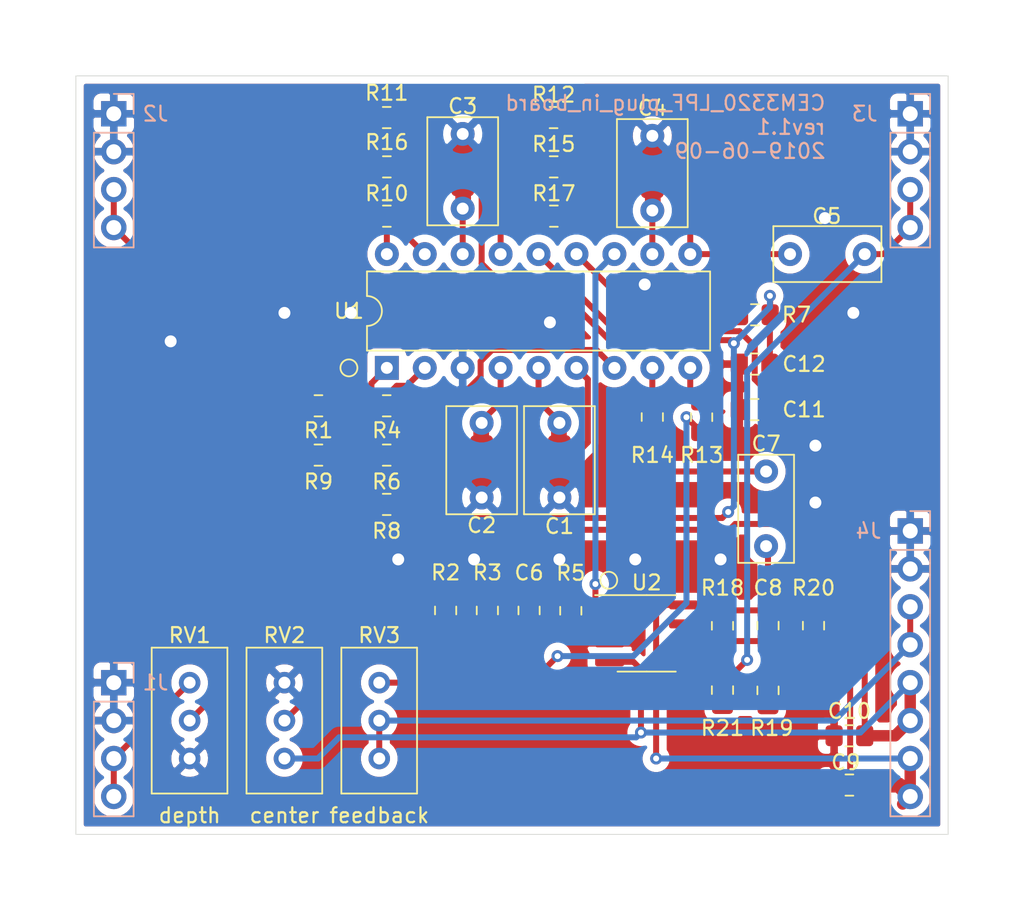
<source format=kicad_pcb>
(kicad_pcb (version 20171130) (host pcbnew 5.1.6-c6e7f7d~87~ubuntu18.04.1)
  (title_block (title "CEM3320 LPF plug-in board") (date 2019-06-09) (rev 1) (comment 2 creativecommons.org/licenses/by/4.0/) (comment 3 "License: CC by 4.0") (comment 4 "Author: Jordan Aceto"))
  (layers (0 F.Cu signal) (31 B.Cu signal) (34 B.Paste user) (35 F.Paste user) (36 B.SilkS user) (37 F.SilkS user) (38 B.Mask user) (39 F.Mask user) (44 Edge.Cuts user))
  (net 0 "")
  (net 1 GND)
  (net 2 "Net-(C1-Pad1)")
  (net 3 +12V)
  (net 4 -12V)
  (net 5 "Net-(C7-Pad1)")
  (net 6 /wet)
  (net 7 "Net-(J1-Pad3)")
  (net 8 /dry)
  (net 9 "Net-(J4-Pad3)")
  (net 10 "Net-(R1-Pad1)")
  (net 11 "Net-(R2-Pad2)")
  (net 12 "Net-(R3-Pad1)")
  (net 13 "Net-(R4-Pad1)")
  (net 14 "Net-(R6-Pad1)")
  (net 15 "Net-(R7-Pad2)")
  (net 16 "Net-(R10-Pad2)")
  (net 17 "Net-(R10-Pad1)")
  (net 18 "Net-(R12-Pad1)")
  (net 19 "Net-(R13-Pad2)")
  (net 20 "Net-(R13-Pad1)")
  (net 21 "Net-(R14-Pad2)")
  (net 22 "Net-(R15-Pad1)")
  (net 23 "Net-(R19-Pad1)")
  (net 24 "Net-(C3-Pad1)")
  (net 25 "Net-(C2-Pad1)")
  (net 26 "Net-(C4-Pad1)")
  (net 27 "Net-(C5-Pad2)")
  (net 28 "Net-(C6-Pad2)")
  (net 29 "Net-(C6-Pad1)")
  (net 30 "Net-(C7-Pad2)")
  (net 31 "Net-(C8-Pad2)")
  (module cem3320:timing_cap_dual_fp (layer F.Cu) (at 165.608 85.217 90)
    (fp_text reference C4 (at 6.858 0 180) (layer F.SilkS))
    (fp_text value 220pF)
    (fp_poly (pts (xy 4.445 0.508) (xy 4.064 0.508) (xy 4.064 -0.4445) (xy 4.445 -0.4445)) (layer F.Cu) (width 0.1))
    (fp_poly (pts (xy 0.889 0.508) (xy 0.508 0.508) (xy 0.508 -0.4445) (xy 0.889 -0.4445)) (layer F.Cu) (width 0.1))
    (pad 2 smd roundrect (at 3.556 0 90) (size 1.27 1.524) (layers F.Cu F.Paste F.Mask) (net 1 GND))
    (pad 1 smd roundrect (at 1.4605 0 90) (size 1.27 1.524) (layers F.Cu F.Paste F.Mask) (net 26 "Net-(C4-Pad1)"))
    (pad 2 thru_hole circle (at 5 0 90) (size 1.6 1.6) (drill 0.8) (layers *.Cu *.Mask) (net 1 GND))
    (pad 1 thru_hole circle (at 0 0 90) (size 1.6 1.6) (drill 0.8) (layers *.Cu *.Mask) (net 26 "Net-(C4-Pad1)"))
  )
  (module cem3320:timing_cap_dual_fp (layer F.Cu) (at 152.908 85.09 90)
    (fp_text reference C3 (at 6.858 0 180) (layer F.SilkS))
    (fp_text value 220pF)
    (fp_poly (pts (xy 4.445 0.508) (xy 4.064 0.508) (xy 4.064 -0.4445) (xy 4.445 -0.4445)) (layer F.Cu) (width 0.1))
    (fp_poly (pts (xy 0.889 0.508) (xy 0.508 0.508) (xy 0.508 -0.4445) (xy 0.889 -0.4445)) (layer F.Cu) (width 0.1))
    (pad 2 smd roundrect (at 3.556 0 90) (size 1.27 1.524) (layers F.Cu F.Paste F.Mask) (net 1 GND))
    (pad 1 smd roundrect (at 1.4605 0 90) (size 1.27 1.524) (layers F.Cu F.Paste F.Mask) (net 24 "Net-(C3-Pad1)"))
    (pad 2 thru_hole circle (at 5 0 90) (size 1.6 1.6) (drill 0.8) (layers *.Cu *.Mask) (net 1 GND))
    (pad 1 thru_hole circle (at 0 0 90) (size 1.6 1.6) (drill 0.8) (layers *.Cu *.Mask) (net 24 "Net-(C3-Pad1)"))
  )
  (module cem3320:timing_cap_dual_fp (layer F.Cu) (at 154.178 99.441 270)
    (fp_text reference C2 (at 6.858 0 180) (layer F.SilkS))
    (fp_text value 220pF)
    (fp_poly (pts (xy 4.445 0.508) (xy 4.064 0.508) (xy 4.064 -0.4445) (xy 4.445 -0.4445)) (layer F.Cu) (width 0.1))
    (fp_poly (pts (xy 0.889 0.508) (xy 0.508 0.508) (xy 0.508 -0.4445) (xy 0.889 -0.4445)) (layer F.Cu) (width 0.1))
    (pad 2 smd roundrect (at 3.556 0 270) (size 1.27 1.524) (layers F.Cu F.Paste F.Mask) (net 1 GND))
    (pad 1 smd roundrect (at 1.4605 0 270) (size 1.27 1.524) (layers F.Cu F.Paste F.Mask) (net 25 "Net-(C2-Pad1)"))
    (pad 2 thru_hole circle (at 5 0 270) (size 1.6 1.6) (drill 0.8) (layers *.Cu *.Mask) (net 1 GND))
    (pad 1 thru_hole circle (at 0 0 270) (size 1.6 1.6) (drill 0.8) (layers *.Cu *.Mask) (net 25 "Net-(C2-Pad1)"))
  )
  (module cem3320:timing_cap_dual_fp (layer F.Cu) (at 159.385 99.441 270)
    (fp_text reference C1 (at 6.9215 0 180) (layer F.SilkS))
    (fp_text value 220pF)
    (fp_poly (pts (xy 4.445 0.508) (xy 4.064 0.508) (xy 4.064 -0.4445) (xy 4.445 -0.4445)) (layer F.Cu) (width 0.1))
    (fp_poly (pts (xy 0.889 0.508) (xy 0.508 0.508) (xy 0.508 -0.4445) (xy 0.889 -0.4445)) (layer F.Cu) (width 0.1))
    (pad 2 smd roundrect (at 3.556 0 270) (size 1.27 1.524) (layers F.Cu F.Paste F.Mask) (net 1 GND))
    (pad 1 smd roundrect (at 1.4605 0 270) (size 1.27 1.524) (layers F.Cu F.Paste F.Mask) (net 2 "Net-(C1-Pad1)"))
    (pad 2 thru_hole circle (at 5 0 270) (size 1.6 1.6) (drill 0.8) (layers *.Cu *.Mask) (net 1 GND))
    (pad 1 thru_hole circle (at 0 0 270) (size 1.6 1.6) (drill 0.8) (layers *.Cu *.Mask) (net 2 "Net-(C1-Pad1)"))
  )
  (module Capacitor_THT:C_Rect_L7.0mm_W3.5mm_P5.00mm (layer F.Cu) (at 173.228 107.696 90)
    (fp_text reference C7 (at 6.858 0 180) (layer F.SilkS))
    (fp_text value 470nF)
    (pad 2 thru_hole circle (at 5 0 90) (size 1.6 1.6) (drill 0.8) (layers *.Cu *.Mask) (net 30 "Net-(C7-Pad2)"))
    (pad 1 thru_hole circle (at 0 0 90) (size 1.6 1.6) (drill 0.8) (layers *.Cu *.Mask) (net 5 "Net-(C7-Pad1)"))
  )
  (module Capacitor_THT:C_Rect_L7.0mm_W3.5mm_P5.00mm (layer F.Cu) (at 179.832 88.138 180)
    (fp_text reference C5 (at 2.54 2.54) (layer F.SilkS))
    (fp_text value 470nF)
    (pad 2 thru_hole circle (at 5 0 180) (size 1.6 1.6) (drill 0.8) (layers *.Cu *.Mask) (net 27 "Net-(C5-Pad2)"))
    (pad 1 thru_hole circle (at 0 0 180) (size 1.6 1.6) (drill 0.8) (layers *.Cu *.Mask) (net 6 /wet))
  )
  (module Package_DIP:DIP-18_W7.62mm (layer F.Cu) (at 147.828 95.758 90)
    (fp_text reference U1 (at 3.81 -2.54 180) (layer F.SilkS))
    (fp_text value CEM3320)
    (pad 18 thru_hole oval (at 7.62 0 90) (size 1.6 1.6) (drill 0.8) (layers *.Cu *.Mask) (net 22 "Net-(R15-Pad1)"))
    (pad 9 thru_hole oval (at 0 20.32 90) (size 1.6 1.6) (drill 0.8) (layers *.Cu *.Mask) (net 20 "Net-(R13-Pad1)"))
    (pad 17 thru_hole oval (at 7.62 2.54 90) (size 1.6 1.6) (drill 0.8) (layers *.Cu *.Mask) (net 17 "Net-(R10-Pad1)"))
    (pad 8 thru_hole oval (at 0 17.78 90) (size 1.6 1.6) (drill 0.8) (layers *.Cu *.Mask) (net 21 "Net-(R14-Pad2)"))
    (pad 16 thru_hole oval (at 7.62 5.08 90) (size 1.6 1.6) (drill 0.8) (layers *.Cu *.Mask) (net 24 "Net-(C3-Pad1)"))
    (pad 7 thru_hole oval (at 0 15.24 90) (size 1.6 1.6) (drill 0.8) (layers *.Cu *.Mask) (net 13 "Net-(R4-Pad1)"))
    (pad 15 thru_hole oval (at 7.62 7.62 90) (size 1.6 1.6) (drill 0.8) (layers *.Cu *.Mask) (net 18 "Net-(R12-Pad1)"))
    (pad 6 thru_hole oval (at 0 12.7 90) (size 1.6 1.6) (drill 0.8) (layers *.Cu *.Mask) (net 16 "Net-(R10-Pad2)"))
    (pad 14 thru_hole oval (at 7.62 10.16 90) (size 1.6 1.6) (drill 0.8) (layers *.Cu *.Mask) (net 3 +12V))
    (pad 5 thru_hole oval (at 0 10.16 90) (size 1.6 1.6) (drill 0.8) (layers *.Cu *.Mask) (net 2 "Net-(C1-Pad1)"))
    (pad 13 thru_hole oval (at 7.62 12.7 90) (size 1.6 1.6) (drill 0.8) (layers *.Cu *.Mask) (net 15 "Net-(R7-Pad2)"))
    (pad 4 thru_hole oval (at 0 7.62 90) (size 1.6 1.6) (drill 0.8) (layers *.Cu *.Mask) (net 25 "Net-(C2-Pad1)"))
    (pad 12 thru_hole oval (at 7.62 15.24 90) (size 1.6 1.6) (drill 0.8) (layers *.Cu *.Mask) (net 28 "Net-(C6-Pad2)"))
    (pad 3 thru_hole oval (at 0 5.08 90) (size 1.6 1.6) (drill 0.8) (layers *.Cu *.Mask) (net 1 GND))
    (pad 11 thru_hole oval (at 7.62 17.78 90) (size 1.6 1.6) (drill 0.8) (layers *.Cu *.Mask) (net 26 "Net-(C4-Pad1)"))
    (pad 2 thru_hole oval (at 0 2.54 90) (size 1.6 1.6) (drill 0.8) (layers *.Cu *.Mask) (net 14 "Net-(R6-Pad1)"))
    (pad 10 thru_hole oval (at 7.62 20.32 90) (size 1.6 1.6) (drill 0.8) (layers *.Cu *.Mask) (net 27 "Net-(C5-Pad2)"))
    (pad 1 thru_hole rect (at 0 0 90) (size 1.6 1.6) (drill 0.8) (layers *.Cu *.Mask) (net 10 "Net-(R1-Pad1)"))
  )
  (module Potentiometer_THT:Potentiometer_Bourns_3296W_Vertical (layer F.Cu) (at 147.32 121.92 270)
    (fp_text reference RV3 (at -8.255 0 180) (layer F.SilkS))
    (fp_text value 100k)
    (pad 3 thru_hole circle (at -5.08 0 270) (size 1.44 1.44) (drill 0.8) (layers *.Cu *.Mask) (net 19 "Net-(R13-Pad2)"))
    (pad 2 thru_hole circle (at -2.54 0 270) (size 1.44 1.44) (drill 0.8) (layers *.Cu *.Mask) (net 9 "Net-(J4-Pad3)"))
    (pad 1 thru_hole circle (at 0 0 270) (size 1.44 1.44) (drill 0.8) (layers *.Cu *.Mask) (net 9 "Net-(J4-Pad3)"))
  )
  (module Potentiometer_THT:Potentiometer_Bourns_3296W_Vertical (layer F.Cu) (at 140.97 121.92 270)
    (fp_text reference RV2 (at -8.255 0 180) (layer F.SilkS))
    (fp_text value 100k)
    (pad 3 thru_hole circle (at -5.08 0 270) (size 1.44 1.44) (drill 0.8) (layers *.Cu *.Mask) (net 1 GND))
    (pad 2 thru_hole circle (at -2.54 0 270) (size 1.44 1.44) (drill 0.8) (layers *.Cu *.Mask) (net 12 "Net-(R3-Pad1)"))
    (pad 1 thru_hole circle (at 0 0 270) (size 1.44 1.44) (drill 0.8) (layers *.Cu *.Mask) (net 4 -12V))
  )
  (module Potentiometer_THT:Potentiometer_Bourns_3296W_Vertical (layer F.Cu) (at 134.62 121.92 270)
    (fp_text reference RV1 (at -8.255 0 180) (layer F.SilkS))
    (fp_text value 10k)
    (pad 3 thru_hole circle (at -5.08 0 270) (size 1.44 1.44) (drill 0.8) (layers *.Cu *.Mask) (net 7 "Net-(J1-Pad3)"))
    (pad 2 thru_hole circle (at -2.54 0 270) (size 1.44 1.44) (drill 0.8) (layers *.Cu *.Mask) (net 11 "Net-(R2-Pad2)"))
    (pad 1 thru_hole circle (at 0 0 270) (size 1.44 1.44) (drill 0.8) (layers *.Cu *.Mask) (net 1 GND))
  )
  (module Capacitor_SMD:C_0805_2012Metric_Pad1.15x1.40mm_HandSolder (layer F.Cu) (at 173.355 113.021 270)
    (fp_text reference C8 (at -2.54 0 180) (layer F.SilkS))
    (fp_text value 100pF)
    (pad 2 smd roundrect (at 1.025 0 270) (size 1.15 1.4) (layers F.Cu F.Paste F.Mask) (roundrect_rratio 0.217391) (net 31 "Net-(C8-Pad2)"))
    (pad 1 smd roundrect (at -1.025 0 270) (size 1.15 1.4) (layers F.Cu F.Paste F.Mask) (roundrect_rratio 0.217391) (net 5 "Net-(C7-Pad1)"))
  )
  (module Capacitor_SMD:C_0805_2012Metric_Pad1.15x1.40mm_HandSolder (layer F.Cu) (at 157.353 112.005 90)
    (fp_text reference C6 (at 2.531 0 180) (layer F.SilkS))
    (fp_text value 100pF)
    (pad 2 smd roundrect (at 1.025 0 90) (size 1.15 1.4) (layers F.Cu F.Paste F.Mask) (roundrect_rratio 0.217391) (net 28 "Net-(C6-Pad2)"))
    (pad 1 smd roundrect (at -1.025 0 90) (size 1.15 1.4) (layers F.Cu F.Paste F.Mask) (roundrect_rratio 0.217391) (net 29 "Net-(C6-Pad1)"))
  )
  (module Package_SO:SOIC-8_3.9x4.9mm_P1.27mm (layer F.Cu) (at 165.227 113.538)
    (fp_text reference U2 (at 0 -3.4) (layer F.SilkS))
    (fp_text value TL072)
    (pad 8 smd roundrect (at 2.475 -1.905) (size 1.95 0.6) (layers F.Cu F.Paste F.Mask) (net 3 +12V))
    (pad 7 smd roundrect (at 2.475 -0.635) (size 1.95 0.6) (layers F.Cu F.Paste F.Mask) (net 5 "Net-(C7-Pad1)"))
    (pad 6 smd roundrect (at 2.475 0.635) (size 1.95 0.6) (layers F.Cu F.Paste F.Mask) (net 31 "Net-(C8-Pad2)"))
    (pad 5 smd roundrect (at 2.475 1.905) (size 1.95 0.6) (layers F.Cu F.Paste F.Mask) (net 23 "Net-(R19-Pad1)"))
    (pad 4 smd roundrect (at -2.475 1.905) (size 1.95 0.6) (layers F.Cu F.Paste F.Mask) (net 4 -12V))
    (pad 3 smd roundrect (at -2.475 0.635) (size 1.95 0.6) (layers F.Cu F.Paste F.Mask) (net 1 GND))
    (pad 2 smd roundrect (at -2.475 -0.635) (size 1.95 0.6) (layers F.Cu F.Paste F.Mask) (net 29 "Net-(C6-Pad1)"))
    (pad 1 smd roundrect (at -2.475 -1.905) (size 1.95 0.6) (layers F.Cu F.Paste F.Mask) (net 28 "Net-(C6-Pad2)"))
  )
  (module Resistor_SMD:R_0805_2012Metric_Pad1.15x1.40mm_HandSolder (layer F.Cu) (at 170.307 117.339 90)
    (fp_text reference R21 (at -2.549 0 180) (layer F.SilkS))
    (fp_text value 100k)
    (pad 2 smd roundrect (at 1.025 0 90) (size 1.15 1.4) (layers F.Cu F.Paste F.Mask) (roundrect_rratio 0.217391) (net 6 /wet))
    (pad 1 smd roundrect (at -1.025 0 90) (size 1.15 1.4) (layers F.Cu F.Paste F.Mask) (roundrect_rratio 0.217391) (net 23 "Net-(R19-Pad1)"))
  )
  (module Resistor_SMD:R_0805_2012Metric_Pad1.15x1.40mm_HandSolder (layer F.Cu) (at 176.403 113.021 270)
    (fp_text reference R20 (at -2.531 0 180) (layer F.SilkS))
    (fp_text value 150k)
    (pad 2 smd roundrect (at 1.025 0 270) (size 1.15 1.4) (layers F.Cu F.Paste F.Mask) (roundrect_rratio 0.217391) (net 31 "Net-(C8-Pad2)"))
    (pad 1 smd roundrect (at -1.025 0 270) (size 1.15 1.4) (layers F.Cu F.Paste F.Mask) (roundrect_rratio 0.217391) (net 8 /dry))
  )
  (module Resistor_SMD:R_0805_2012Metric_Pad1.15x1.40mm_HandSolder (layer F.Cu) (at 173.355 117.357 90)
    (fp_text reference R19 (at -2.531 0.254 180) (layer F.SilkS))
    (fp_text value 100k)
    (pad 2 smd roundrect (at 1.025 0 90) (size 1.15 1.4) (layers F.Cu F.Paste F.Mask) (roundrect_rratio 0.217391) (net 1 GND))
    (pad 1 smd roundrect (at -1.025 0 90) (size 1.15 1.4) (layers F.Cu F.Paste F.Mask) (roundrect_rratio 0.217391) (net 23 "Net-(R19-Pad1)"))
  )
  (module Resistor_SMD:R_0805_2012Metric_Pad1.15x1.40mm_HandSolder (layer F.Cu) (at 170.307 113.03 270)
    (fp_text reference R18 (at -2.54 0 180) (layer F.SilkS))
    (fp_text value 100k)
    (pad 2 smd roundrect (at 1.025 0 270) (size 1.15 1.4) (layers F.Cu F.Paste F.Mask) (roundrect_rratio 0.217391) (net 31 "Net-(C8-Pad2)"))
    (pad 1 smd roundrect (at -1.025 0 270) (size 1.15 1.4) (layers F.Cu F.Paste F.Mask) (roundrect_rratio 0.217391) (net 5 "Net-(C7-Pad1)"))
  )
  (module Resistor_SMD:R_0805_2012Metric_Pad1.15x1.40mm_HandSolder (layer F.Cu) (at 159.013 85.598 180)
    (fp_text reference R17 (at 0 1.524) (layer F.SilkS))
    (fp_text value 100k)
    (pad 2 smd roundrect (at 1.025 0 180) (size 1.15 1.4) (layers F.Cu F.Paste F.Mask) (roundrect_rratio 0.217391) (net 22 "Net-(R15-Pad1)"))
    (pad 1 smd roundrect (at -1.025 0 180) (size 1.15 1.4) (layers F.Cu F.Paste F.Mask) (roundrect_rratio 0.217391) (net 27 "Net-(C5-Pad2)"))
  )
  (module Resistor_SMD:R_0805_2012Metric_Pad1.15x1.40mm_HandSolder (layer F.Cu) (at 147.828 82.296)
    (fp_text reference R16 (at 0 -1.65) (layer F.SilkS))
    (fp_text value 180k)
    (pad 2 smd roundrect (at 1.025 0) (size 1.15 1.4) (layers F.Cu F.Paste F.Mask) (roundrect_rratio 0.217391) (net 4 -12V))
    (pad 1 smd roundrect (at -1.025 0) (size 1.15 1.4) (layers F.Cu F.Paste F.Mask) (roundrect_rratio 0.217391) (net 22 "Net-(R15-Pad1)"))
  )
  (module Resistor_SMD:R_0805_2012Metric_Pad1.15x1.40mm_HandSolder (layer F.Cu) (at 159.004 82.296 180)
    (fp_text reference R15 (at 0 1.524) (layer F.SilkS))
    (fp_text value 91k)
    (pad 2 smd roundrect (at 1.025 0 180) (size 1.15 1.4) (layers F.Cu F.Paste F.Mask) (roundrect_rratio 0.217391) (net 18 "Net-(R12-Pad1)"))
    (pad 1 smd roundrect (at -1.025 0 180) (size 1.15 1.4) (layers F.Cu F.Paste F.Mask) (roundrect_rratio 0.217391) (net 22 "Net-(R15-Pad1)"))
  )
  (module Resistor_SMD:R_0805_2012Metric_Pad1.15x1.40mm_HandSolder (layer F.Cu) (at 165.608 99.051 90)
    (fp_text reference R14 (at -2.549 0 180) (layer F.SilkS))
    (fp_text value 51k)
    (pad 2 smd roundrect (at 1.025 0 90) (size 1.15 1.4) (layers F.Cu F.Paste F.Mask) (roundrect_rratio 0.217391) (net 21 "Net-(R14-Pad2)"))
    (pad 1 smd roundrect (at -1.025 0 90) (size 1.15 1.4) (layers F.Cu F.Paste F.Mask) (roundrect_rratio 0.217391) (net 30 "Net-(C7-Pad2)"))
  )
  (module Resistor_SMD:R_0805_2012Metric_Pad1.15x1.40mm_HandSolder (layer F.Cu) (at 168.91 99.06 270)
    (fp_text reference R13 (at 2.54 0 180) (layer F.SilkS))
    (fp_text value 18k)
    (pad 2 smd roundrect (at 1.025 0 270) (size 1.15 1.4) (layers F.Cu F.Paste F.Mask) (roundrect_rratio 0.217391) (net 19 "Net-(R13-Pad2)"))
    (pad 1 smd roundrect (at -1.025 0 270) (size 1.15 1.4) (layers F.Cu F.Paste F.Mask) (roundrect_rratio 0.217391) (net 20 "Net-(R13-Pad1)"))
  )
  (module Resistor_SMD:R_0805_2012Metric_Pad1.15x1.40mm_HandSolder (layer F.Cu) (at 158.995 78.994 180)
    (fp_text reference R12 (at 0 1.524) (layer F.SilkS))
    (fp_text value 100k)
    (pad 2 smd roundrect (at 1.025 0 180) (size 1.15 1.4) (layers F.Cu F.Paste F.Mask) (roundrect_rratio 0.217391) (net 17 "Net-(R10-Pad1)"))
    (pad 1 smd roundrect (at -1.025 0 180) (size 1.15 1.4) (layers F.Cu F.Paste F.Mask) (roundrect_rratio 0.217391) (net 18 "Net-(R12-Pad1)"))
  )
  (module Resistor_SMD:R_0805_2012Metric_Pad1.15x1.40mm_HandSolder (layer F.Cu) (at 147.819 78.994)
    (fp_text reference R11 (at 0 -1.65) (layer F.SilkS))
    (fp_text value 180k)
    (pad 2 smd roundrect (at 1.025 0) (size 1.15 1.4) (layers F.Cu F.Paste F.Mask) (roundrect_rratio 0.217391) (net 4 -12V))
    (pad 1 smd roundrect (at -1.025 0) (size 1.15 1.4) (layers F.Cu F.Paste F.Mask) (roundrect_rratio 0.217391) (net 17 "Net-(R10-Pad1)"))
  )
  (module Resistor_SMD:R_0805_2012Metric_Pad1.15x1.40mm_HandSolder (layer F.Cu) (at 147.828 85.598 180)
    (fp_text reference R10 (at 0 1.524) (layer F.SilkS))
    (fp_text value 91k)
    (pad 2 smd roundrect (at 1.025 0 180) (size 1.15 1.4) (layers F.Cu F.Paste F.Mask) (roundrect_rratio 0.217391) (net 16 "Net-(R10-Pad2)"))
    (pad 1 smd roundrect (at -1.025 0 180) (size 1.15 1.4) (layers F.Cu F.Paste F.Mask) (roundrect_rratio 0.217391) (net 17 "Net-(R10-Pad1)"))
  )
  (module Resistor_SMD:R_0805_2012Metric_Pad1.15x1.40mm_HandSolder (layer F.Cu) (at 143.247 101.6)
    (fp_text reference R9 (at 0 1.778) (layer F.SilkS))
    (fp_text value 100k)
    (pad 2 smd roundrect (at 1.025 0) (size 1.15 1.4) (layers F.Cu F.Paste F.Mask) (roundrect_rratio 0.217391) (net 14 "Net-(R6-Pad1)"))
    (pad 1 smd roundrect (at -1.025 0) (size 1.15 1.4) (layers F.Cu F.Paste F.Mask) (roundrect_rratio 0.217391) (net 16 "Net-(R10-Pad2)"))
  )
  (module Resistor_SMD:R_0805_2012Metric_Pad1.15x1.40mm_HandSolder (layer F.Cu) (at 147.819 104.902)
    (fp_text reference R8 (at 0 1.778) (layer F.SilkS))
    (fp_text value 180k)
    (pad 2 smd roundrect (at 1.025 0) (size 1.15 1.4) (layers F.Cu F.Paste F.Mask) (roundrect_rratio 0.217391) (net 4 -12V))
    (pad 1 smd roundrect (at -1.025 0) (size 1.15 1.4) (layers F.Cu F.Paste F.Mask) (roundrect_rratio 0.217391) (net 14 "Net-(R6-Pad1)"))
  )
  (module Resistor_SMD:R_0805_2012Metric_Pad1.15x1.40mm_HandSolder (layer F.Cu) (at 172.475 92.202 180)
    (fp_text reference R7 (at -2.785 0) (layer F.SilkS))
    (fp_text value 1k2)
    (pad 2 smd roundrect (at 1.025 0 180) (size 1.15 1.4) (layers F.Cu F.Paste F.Mask) (roundrect_rratio 0.217391) (net 15 "Net-(R7-Pad2)"))
    (pad 1 smd roundrect (at -1.025 0 180) (size 1.15 1.4) (layers F.Cu F.Paste F.Mask) (roundrect_rratio 0.217391) (net 4 -12V))
  )
  (module Resistor_SMD:R_0805_2012Metric_Pad1.15x1.40mm_HandSolder (layer F.Cu) (at 147.819 101.6)
    (fp_text reference R6 (at 0 1.778) (layer F.SilkS))
    (fp_text value 91k)
    (pad 2 smd roundrect (at 1.025 0) (size 1.15 1.4) (layers F.Cu F.Paste F.Mask) (roundrect_rratio 0.217391) (net 13 "Net-(R4-Pad1)"))
    (pad 1 smd roundrect (at -1.025 0) (size 1.15 1.4) (layers F.Cu F.Paste F.Mask) (roundrect_rratio 0.217391) (net 14 "Net-(R6-Pad1)"))
  )
  (module Resistor_SMD:R_0805_2012Metric_Pad1.15x1.40mm_HandSolder (layer F.Cu) (at 160.147 112.023 270)
    (fp_text reference R5 (at -2.531 0 180) (layer F.SilkS))
    (fp_text value 10k)
    (pad 2 smd roundrect (at 1.025 0 270) (size 1.15 1.4) (layers F.Cu F.Paste F.Mask) (roundrect_rratio 0.217391) (net 29 "Net-(C6-Pad1)"))
    (pad 1 smd roundrect (at -1.025 0 270) (size 1.15 1.4) (layers F.Cu F.Paste F.Mask) (roundrect_rratio 0.217391) (net 28 "Net-(C6-Pad2)"))
  )
  (module Resistor_SMD:R_0805_2012Metric_Pad1.15x1.40mm_HandSolder (layer F.Cu) (at 147.819 98.298 180)
    (fp_text reference R4 (at 0 -1.65) (layer F.SilkS))
    (fp_text value 100k)
    (pad 2 smd roundrect (at 1.025 0 180) (size 1.15 1.4) (layers F.Cu F.Paste F.Mask) (roundrect_rratio 0.217391) (net 10 "Net-(R1-Pad1)"))
    (pad 1 smd roundrect (at -1.025 0 180) (size 1.15 1.4) (layers F.Cu F.Paste F.Mask) (roundrect_rratio 0.217391) (net 13 "Net-(R4-Pad1)"))
  )
  (module Resistor_SMD:R_0805_2012Metric_Pad1.15x1.40mm_HandSolder (layer F.Cu) (at 154.559 112.005 270)
    (fp_text reference R3 (at -2.54 0 180) (layer F.SilkS))
    (fp_text value 330k)
    (pad 2 smd roundrect (at 1.025 0 270) (size 1.15 1.4) (layers F.Cu F.Paste F.Mask) (roundrect_rratio 0.217391) (net 29 "Net-(C6-Pad1)"))
    (pad 1 smd roundrect (at -1.025 0 270) (size 1.15 1.4) (layers F.Cu F.Paste F.Mask) (roundrect_rratio 0.217391) (net 12 "Net-(R3-Pad1)"))
  )
  (module Resistor_SMD:R_0805_2012Metric_Pad1.15x1.40mm_HandSolder (layer F.Cu) (at 151.765 112.005 90)
    (fp_text reference R2 (at 2.54 0 180) (layer F.SilkS))
    (fp_text value 100k)
    (pad 2 smd roundrect (at 1.025 0 90) (size 1.15 1.4) (layers F.Cu F.Paste F.Mask) (roundrect_rratio 0.217391) (net 11 "Net-(R2-Pad2)"))
    (pad 1 smd roundrect (at -1.025 0 90) (size 1.15 1.4) (layers F.Cu F.Paste F.Mask) (roundrect_rratio 0.217391) (net 29 "Net-(C6-Pad1)"))
  )
  (module Resistor_SMD:R_0805_2012Metric_Pad1.15x1.40mm_HandSolder (layer F.Cu) (at 143.247 98.298 180)
    (fp_text reference R1 (at 0 -1.65) (layer F.SilkS))
    (fp_text value 91k)
    (pad 2 smd roundrect (at 1.025 0 180) (size 1.15 1.4) (layers F.Cu F.Paste F.Mask) (roundrect_rratio 0.217391) (net 8 /dry))
    (pad 1 smd roundrect (at -1.025 0 180) (size 1.15 1.4) (layers F.Cu F.Paste F.Mask) (roundrect_rratio 0.217391) (net 10 "Net-(R1-Pad1)"))
  )
  (module Connector_PinHeader_2.54mm:PinHeader_1x08_P2.54mm_Vertical (layer B.Cu) (at 182.88 106.68 180)
    (fp_text reference J4 (at 2.794 0) (layer B.SilkS) (effects (justify mirror)))
    (fp_text value feedback_CV_in_and_PS)
    (pad 8 thru_hole oval (at 0 -17.78 180) (size 1.7 1.7) (drill 1) (layers *.Cu *.Mask) (net 3 +12V))
    (pad 7 thru_hole oval (at 0 -15.24 180) (size 1.7 1.7) (drill 1) (layers *.Cu *.Mask) (net 3 +12V))
    (pad 6 thru_hole oval (at 0 -12.7 180) (size 1.7 1.7) (drill 1) (layers *.Cu *.Mask) (net 4 -12V))
    (pad 5 thru_hole oval (at 0 -10.16 180) (size 1.7 1.7) (drill 1) (layers *.Cu *.Mask) (net 4 -12V))
    (pad 4 thru_hole oval (at 0 -7.62 180) (size 1.7 1.7) (drill 1) (layers *.Cu *.Mask) (net 9 "Net-(J4-Pad3)"))
    (pad 3 thru_hole oval (at 0 -5.08 180) (size 1.7 1.7) (drill 1) (layers *.Cu *.Mask) (net 9 "Net-(J4-Pad3)"))
    (pad 2 thru_hole oval (at 0 -2.54 180) (size 1.7 1.7) (drill 1) (layers *.Cu *.Mask) (net 1 GND))
    (pad 1 thru_hole rect (at 0 0 180) (size 1.7 1.7) (drill 1) (layers *.Cu *.Mask) (net 1 GND))
  )
  (module Connector_PinHeader_2.54mm:PinHeader_1x04_P2.54mm_Vertical (layer B.Cu) (at 182.88 78.74 180)
    (fp_text reference J3 (at 3.048 0) (layer B.SilkS) (effects (justify mirror)))
    (fp_text value signal_out)
    (pad 4 thru_hole oval (at 0 -7.62 180) (size 1.7 1.7) (drill 1) (layers *.Cu *.Mask) (net 6 /wet))
    (pad 3 thru_hole oval (at 0 -5.08 180) (size 1.7 1.7) (drill 1) (layers *.Cu *.Mask) (net 6 /wet))
    (pad 2 thru_hole oval (at 0 -2.54 180) (size 1.7 1.7) (drill 1) (layers *.Cu *.Mask) (net 1 GND))
    (pad 1 thru_hole rect (at 0 0 180) (size 1.7 1.7) (drill 1) (layers *.Cu *.Mask) (net 1 GND))
  )
  (module Connector_PinHeader_2.54mm:PinHeader_1x04_P2.54mm_Vertical (layer B.Cu) (at 129.54 78.74 180)
    (fp_text reference J2 (at -2.794 0) (layer B.SilkS) (effects (justify mirror)))
    (fp_text value signal_in)
    (pad 4 thru_hole oval (at 0 -7.62 180) (size 1.7 1.7) (drill 1) (layers *.Cu *.Mask) (net 8 /dry))
    (pad 3 thru_hole oval (at 0 -5.08 180) (size 1.7 1.7) (drill 1) (layers *.Cu *.Mask) (net 8 /dry))
    (pad 2 thru_hole oval (at 0 -2.54 180) (size 1.7 1.7) (drill 1) (layers *.Cu *.Mask) (net 1 GND))
    (pad 1 thru_hole rect (at 0 0 180) (size 1.7 1.7) (drill 1) (layers *.Cu *.Mask) (net 1 GND))
  )
  (module Connector_PinHeader_2.54mm:PinHeader_1x04_P2.54mm_Vertical (layer B.Cu) (at 129.54 116.84 180)
    (fp_text reference J1 (at -2.794 0) (layer B.SilkS) (effects (justify mirror)))
    (fp_text value cutoff_CV_in)
    (pad 4 thru_hole oval (at 0 -7.62 180) (size 1.7 1.7) (drill 1) (layers *.Cu *.Mask) (net 7 "Net-(J1-Pad3)"))
    (pad 3 thru_hole oval (at 0 -5.08 180) (size 1.7 1.7) (drill 1) (layers *.Cu *.Mask) (net 7 "Net-(J1-Pad3)"))
    (pad 2 thru_hole oval (at 0 -2.54 180) (size 1.7 1.7) (drill 1) (layers *.Cu *.Mask) (net 1 GND))
    (pad 1 thru_hole rect (at 0 0 180) (size 1.7 1.7) (drill 1) (layers *.Cu *.Mask) (net 1 GND))
  )
  (module Capacitor_SMD:C_0805_2012Metric_Pad1.15x1.40mm_HandSolder (layer F.Cu) (at 172.457 95.504)
    (fp_text reference C12 (at 3.311 0) (layer F.SilkS))
    (fp_text value 100nF)
    (pad 2 smd roundrect (at 1.025 0) (size 1.15 1.4) (layers F.Cu F.Paste F.Mask) (roundrect_rratio 0.217391) (net 4 -12V))
    (pad 1 smd roundrect (at -1.025 0) (size 1.15 1.4) (layers F.Cu F.Paste F.Mask) (roundrect_rratio 0.217391) (net 1 GND))
  )
  (module Capacitor_SMD:C_0805_2012Metric_Pad1.15x1.40mm_HandSolder (layer F.Cu) (at 172.457 98.552 180)
    (fp_text reference C11 (at -3.311 0) (layer F.SilkS))
    (fp_text value 100nF)
    (pad 2 smd roundrect (at 1.025 0 180) (size 1.15 1.4) (layers F.Cu F.Paste F.Mask) (roundrect_rratio 0.217391) (net 1 GND))
    (pad 1 smd roundrect (at -1.025 0 180) (size 1.15 1.4) (layers F.Cu F.Paste F.Mask) (roundrect_rratio 0.217391) (net 3 +12V))
  )
  (module Capacitor_SMD:C_0805_2012Metric_Pad1.15x1.40mm_HandSolder (layer F.Cu) (at 178.807 120.396)
    (fp_text reference C10 (at 0 -1.65) (layer F.SilkS))
    (fp_text value 100nF)
    (pad 2 smd roundrect (at 1.025 0) (size 1.15 1.4) (layers F.Cu F.Paste F.Mask) (roundrect_rratio 0.217391) (net 4 -12V))
    (pad 1 smd roundrect (at -1.025 0) (size 1.15 1.4) (layers F.Cu F.Paste F.Mask) (roundrect_rratio 0.217391) (net 1 GND))
  )
  (module Capacitor_SMD:C_0805_2012Metric_Pad1.15x1.40mm_HandSolder (layer F.Cu) (at 178.807 123.698 180)
    (fp_text reference C9 (at 0.245 1.524) (layer F.SilkS))
    (fp_text value 100nF)
    (pad 2 smd roundrect (at 1.025 0 180) (size 1.15 1.4) (layers F.Cu F.Paste F.Mask) (roundrect_rratio 0.217391) (net 1 GND))
    (pad 1 smd roundrect (at -1.025 0 180) (size 1.15 1.4) (layers F.Cu F.Paste F.Mask) (roundrect_rratio 0.217391) (net 3 +12V))
  )
  (gr_text "CEM3320_LPF_plug_in_board\nrev1.1\n2019-06-09" (at 177.292 79.629) (layer B.SilkS) (effects (font (size 1 1)) (justify left mirror)))
  (gr_text feedback (at 147.32 125.73) (layer F.SilkS) (effects (font (size 1 1))))
  (gr_text center (at 140.97 125.73) (layer F.SilkS) (effects (font (size 1 1))))
  (gr_text depth (at 134.62 125.73) (layer F.SilkS) (effects (font (size 1 1))))
  (gr_circle (center 162.687 109.982) (end 162.941 110.49) (layer F.SilkS) (width 0.12))
  (gr_circle (center 145.288 95.758) (end 145.542 96.266) (layer F.SilkS) (width 0.12))
  (gr_line (start 127 76.2) (end 127 127) (layer Edge.Cuts) (width 0.05))
  (gr_line (start 185.42 76.2) (end 185.42 127) (layer Edge.Cuts) (width 0.05))
  (gr_line (start 127 127) (end 185.42 127) (layer Edge.Cuts) (width 0.05))
  (gr_line (start 127 76.2) (end 185.42 76.2) (layer Edge.Cuts) (width 0.05))
  (segment (start 165.608 80.344) (end 165.608 81.77) (width 0.4) (layer F.Cu) (net 1))
  (segment (start 152.908 80.09) (end 152.908 81.534) (width 0.4) (layer F.Cu) (net 1))
  (segment (start 159.512 102.879) (end 159.512 104.314) (width 0.4) (layer F.Cu) (net 1))
  (segment (start 154.178 102.879) (end 154.178 104.314) (width 0.4) (layer F.Cu) (net 1))
  (via (at 176.53 100.965) (size 1) (drill 0.8) (layers F.Cu B.Cu) (net 1))
  (via (at 176.53 104.775) (size 1) (drill 0.8) (layers F.Cu B.Cu) (net 1))
  (via (at 170.18 108.585) (size 1) (drill 0.8) (layers F.Cu B.Cu) (net 1))
  (via (at 164.465 108.585) (size 1) (drill 0.8) (layers F.Cu B.Cu) (net 1))
  (via (at 159.385 108.585) (size 1) (drill 0.8) (layers F.Cu B.Cu) (net 1))
  (via (at 153.67 108.585) (size 1) (drill 0.8) (layers F.Cu B.Cu) (net 1))
  (via (at 148.59 108.585) (size 1) (drill 0.8) (layers F.Cu B.Cu) (net 1))
  (via (at 177.165 85.725) (size 1) (drill 0.8) (layers F.Cu B.Cu) (net 1))
  (via (at 179.07 92.075) (size 1) (drill 0.8) (layers F.Cu B.Cu) (net 1))
  (via (at 158.75 92.71) (size 1) (drill 0.8) (layers F.Cu B.Cu) (net 1))
  (via (at 165.1 90.17) (size 1) (drill 0.8) (layers F.Cu B.Cu) (net 1))
  (via (at 145.415 92.075) (size 1) (drill 0.8) (layers F.Cu B.Cu) (net 1))
  (via (at 140.97 92.075) (size 1) (drill 0.8) (layers F.Cu B.Cu) (net 1))
  (via (at 133.35 93.98) (size 1) (drill 0.8) (layers F.Cu B.Cu) (net 1))
  (segment (start 157.988 97.9805) (end 159.385 99.3775) (width 0.4) (layer F.Cu) (net 2))
  (segment (start 157.988 95.758) (end 157.988 97.9805) (width 0.4) (layer F.Cu) (net 2))
  (segment (start 159.385 99.3775) (end 159.385 100.838) (width 0.4) (layer F.Cu) (net 2))
  (segment (start 182.372 124.968) (end 182.88 124.46) (width 0.762) (layer F.Cu) (net 3))
  (segment (start 182.88 121.92) (end 182.88 124.46) (width 0.762) (layer F.Cu) (net 3))
  (segment (start 165.862 112.268) (end 165.862 121.92) (width 0.4) (layer F.Cu) (net 3))
  (segment (start 166.497 111.633) (end 165.862 112.268) (width 0.4) (layer F.Cu) (net 3))
  (segment (start 182.88 121.92) (end 165.862 121.92) (width 0.4) (layer B.Cu) (net 3))
  (segment (start 167.702 111.633) (end 166.497 111.633) (width 0.4) (layer F.Cu) (net 3))
  (via (at 165.862 121.92) (size 0.8) (drill 0.4) (layers F.Cu B.Cu) (net 3))
  (segment (start 173.228 98.298) (end 173.482 98.552) (width 0.4) (layer F.Cu) (net 3))
  (segment (start 173.228 97.282) (end 173.228 98.298) (width 0.4) (layer F.Cu) (net 3))
  (segment (start 171.448011 93.302009) (end 172.466 94.319998) (width 0.4) (layer F.Cu) (net 3))
  (segment (start 172.466 96.52) (end 173.228 97.282) (width 0.4) (layer F.Cu) (net 3))
  (segment (start 163.152009 93.302009) (end 171.448011 93.302009) (width 0.4) (layer F.Cu) (net 3))
  (segment (start 157.988 88.138) (end 163.152009 93.302009) (width 0.4) (layer F.Cu) (net 3))
  (segment (start 172.466 94.319998) (end 172.466 96.52) (width 0.4) (layer F.Cu) (net 3))
  (segment (start 178.85699 122.72299) (end 179.832 123.698) (width 0.4) (layer F.Cu) (net 3))
  (segment (start 178.85699 100.37099) (end 178.85699 122.72299) (width 0.4) (layer F.Cu) (net 3))
  (segment (start 173.228 97.282) (end 175.768 97.282) (width 0.4) (layer F.Cu) (net 3))
  (segment (start 175.768 97.282) (end 178.85699 100.37099) (width 0.4) (layer F.Cu) (net 3))
  (segment (start 182.118 123.698) (end 182.88 124.46) (width 1) (layer F.Cu) (net 3))
  (segment (start 179.832 123.698) (end 182.118 123.698) (width 1) (layer F.Cu) (net 3))
  (segment (start 182.88 116.84) (end 182.88 119.38) (width 0.762) (layer F.Cu) (net 4))
  (segment (start 181.864 120.396) (end 182.88 119.38) (width 0.762) (layer F.Cu) (net 4))
  (segment (start 179.832 120.396) (end 181.864 120.396) (width 0.762) (layer F.Cu) (net 4))
  (segment (start 179.832 120.396) (end 179.832 99.568) (width 0.4) (layer F.Cu) (net 4))
  (segment (start 175.768 95.504) (end 173.482 95.504) (width 0.4) (layer F.Cu) (net 4))
  (segment (start 179.832 99.568) (end 175.768 95.504) (width 0.4) (layer F.Cu) (net 4))
  (segment (start 173.482 92.22) (end 173.5 92.202) (width 0.4) (layer F.Cu) (net 4))
  (segment (start 173.482 95.504) (end 173.482 92.22) (width 0.4) (layer F.Cu) (net 4))
  (segment (start 182.88 116.84) (end 179.53999 120.18001) (width 0.4) (layer B.Cu) (net 4))
  (segment (start 179.53999 120.18001) (end 164.846006 120.18001) (width 0.4) (layer B.Cu) (net 4))
  (via (at 164.846006 120.18001) (size 0.8) (drill 0.4) (layers F.Cu B.Cu) (net 4))
  (segment (start 148.844 82.287) (end 148.853 82.296) (width 0.4) (layer F.Cu) (net 4))
  (segment (start 148.844 78.994) (end 148.844 82.287) (width 0.4) (layer F.Cu) (net 4))
  (via (at 173.482 90.932) (size 0.8) (drill 0.4) (layers F.Cu B.Cu) (net 4))
  (segment (start 173.5 90.95) (end 173.482 90.932) (width 0.4) (layer F.Cu) (net 4))
  (segment (start 173.5 92.202) (end 173.5 90.95) (width 0.4) (layer F.Cu) (net 4))
  (segment (start 173.482 91.694) (end 171.069 94.107) (width 0.4) (layer B.Cu) (net 4))
  (via (at 171.069 94.107) (size 0.8) (drill 0.4) (layers F.Cu B.Cu) (net 4))
  (segment (start 173.482 90.932) (end 173.482 91.694) (width 0.4) (layer B.Cu) (net 4))
  (segment (start 170.287993 105.809999) (end 170.687992 105.41) (width 0.4) (layer F.Cu) (net 4))
  (segment (start 171.069 105.028992) (end 170.687992 105.41) (width 0.4) (layer B.Cu) (net 4))
  (via (at 170.687992 105.41) (size 0.8) (drill 0.4) (layers F.Cu B.Cu) (net 4))
  (segment (start 149.751999 105.809999) (end 170.287993 105.809999) (width 0.4) (layer F.Cu) (net 4))
  (segment (start 171.069 94.107) (end 171.069 105.028992) (width 0.4) (layer B.Cu) (net 4))
  (segment (start 148.844 104.902) (end 149.751999 105.809999) (width 0.4) (layer F.Cu) (net 4))
  (segment (start 170.86402 93.90202) (end 171.069 94.107) (width 0.4) (layer F.Cu) (net 4))
  (segment (start 162.73602 93.90202) (end 170.86402 93.90202) (width 0.4) (layer F.Cu) (net 4))
  (segment (start 158.496 89.662) (end 162.73602 93.90202) (width 0.4) (layer F.Cu) (net 4))
  (segment (start 155.067 89.662) (end 158.496 89.662) (width 0.4) (layer F.Cu) (net 4))
  (segment (start 148.853 82.296) (end 149.107 82.55) (width 0.4) (layer F.Cu) (net 4))
  (segment (start 154.178 88.773) (end 155.067 89.662) (width 0.4) (layer F.Cu) (net 4))
  (segment (start 164.526015 120.500001) (end 164.846006 120.18001) (width 0.4) (layer B.Cu) (net 4))
  (segment (start 144.630001 120.500001) (end 164.526015 120.500001) (width 0.4) (layer B.Cu) (net 4))
  (segment (start 140.97 121.92) (end 143.210002 121.92) (width 0.4) (layer B.Cu) (net 4))
  (segment (start 143.210002 121.92) (end 144.630001 120.500001) (width 0.4) (layer B.Cu) (net 4))
  (segment (start 149.12601 82.56901) (end 148.853 82.296) (width 0.4) (layer F.Cu) (net 4))
  (segment (start 153.624224 82.56901) (end 149.12601 82.56901) (width 0.4) (layer F.Cu) (net 4))
  (segment (start 154.178 83.122786) (end 153.624224 82.56901) (width 0.4) (layer F.Cu) (net 4))
  (segment (start 154.178 88.773) (end 154.178 83.122786) (width 0.4) (layer F.Cu) (net 4))
  (segment (start 164.846006 115.951006) (end 164.846006 120.18001) (width 0.4) (layer F.Cu) (net 4))
  (segment (start 162.752 115.443) (end 164.338 115.443) (width 0.4) (layer F.Cu) (net 4))
  (segment (start 164.338 115.443) (end 164.846006 115.951006) (width 0.4) (layer F.Cu) (net 4))
  (segment (start 170.316 111.996) (end 170.307 112.005) (width 0.4) (layer F.Cu) (net 5))
  (segment (start 173.355 111.996) (end 170.316 111.996) (width 0.4) (layer F.Cu) (net 5))
  (segment (start 169.409 112.903) (end 170.307 112.005) (width 0.4) (layer F.Cu) (net 5))
  (segment (start 167.702 112.903) (end 169.409 112.903) (width 0.4) (layer F.Cu) (net 5))
  (segment (start 173.355 107.823) (end 173.228 107.696) (width 0.4) (layer F.Cu) (net 5))
  (segment (start 173.355 111.996) (end 173.355 107.823) (width 0.4) (layer F.Cu) (net 5))
  (segment (start 182.88 83.82) (end 182.88 86.36) (width 0.4) (layer F.Cu) (net 6))
  (segment (start 181.102 88.138) (end 182.88 86.36) (width 0.4) (layer F.Cu) (net 6))
  (segment (start 179.832 88.138) (end 181.102 88.138) (width 0.4) (layer F.Cu) (net 6))
  (via (at 171.958 115.316) (size 0.8) (drill 0.4) (layers F.Cu B.Cu) (net 6))
  (segment (start 170.307 116.314) (end 170.96 116.314) (width 0.4) (layer F.Cu) (net 6))
  (segment (start 170.96 116.314) (end 171.958 115.316) (width 0.4) (layer F.Cu) (net 6))
  (segment (start 171.958 96.012) (end 179.832 88.138) (width 0.4) (layer B.Cu) (net 6))
  (segment (start 171.958 115.316) (end 171.958 96.012) (width 0.4) (layer B.Cu) (net 6))
  (segment (start 129.54 121.92) (end 129.54 124.46) (width 0.4) (layer F.Cu) (net 7))
  (segment (start 134.62 116.84) (end 129.54 121.92) (width 0.4) (layer F.Cu) (net 7))
  (segment (start 129.54 83.82) (end 129.54 86.36) (width 0.4) (layer F.Cu) (net 8))
  (segment (start 141.478 98.298) (end 129.54 86.36) (width 0.4) (layer F.Cu) (net 8))
  (segment (start 142.222 98.298) (end 141.478 98.298) (width 0.4) (layer F.Cu) (net 8))
  (segment (start 176.403 111.996) (end 176.403 107.061) (width 0.4) (layer F.Cu) (net 8))
  (segment (start 140.208 103.886) (end 140.208 100.312) (width 0.4) (layer F.Cu) (net 8))
  (segment (start 170.765979 106.602021) (end 142.924021 106.602021) (width 0.4) (layer F.Cu) (net 8))
  (segment (start 140.208 100.312) (end 142.222 98.298) (width 0.4) (layer F.Cu) (net 8))
  (segment (start 175.552002 106.210002) (end 171.157998 106.210002) (width 0.4) (layer F.Cu) (net 8))
  (segment (start 171.157998 106.210002) (end 170.765979 106.602021) (width 0.4) (layer F.Cu) (net 8))
  (segment (start 176.403 107.061) (end 175.552002 106.210002) (width 0.4) (layer F.Cu) (net 8))
  (segment (start 142.924021 106.602021) (end 140.208 103.886) (width 0.4) (layer F.Cu) (net 8))
  (segment (start 182.88 111.76) (end 182.88 114.3) (width 0.4) (layer F.Cu) (net 9))
  (segment (start 147.32 119.38) (end 147.32 121.92) (width 0.4) (layer F.Cu) (net 9))
  (segment (start 177.8 119.38) (end 162.052 119.38) (width 0.4) (layer B.Cu) (net 9))
  (segment (start 162.052 119.38) (end 147.32 119.38) (width 0.4) (layer B.Cu) (net 9))
  (segment (start 182.88 114.3) (end 177.8 119.38) (width 0.4) (layer B.Cu) (net 9))
  (segment (start 144.272 98.298) (end 146.794 98.298) (width 0.4) (layer F.Cu) (net 10))
  (segment (start 147.828 95.758) (end 146.794 96.792) (width 0.4) (layer F.Cu) (net 10))
  (segment (start 146.794 96.792) (end 146.794 98.298) (width 0.4) (layer F.Cu) (net 10))
  (segment (start 143.02 110.98) (end 151.765 110.98) (width 0.4) (layer F.Cu) (net 11))
  (segment (start 134.62 119.38) (end 143.02 110.98) (width 0.4) (layer F.Cu) (net 11))
  (segment (start 153.48401 112.05499) (end 154.559 110.98) (width 0.4) (layer F.Cu) (net 12))
  (segment (start 148.29501 112.05499) (end 153.48401 112.05499) (width 0.4) (layer F.Cu) (net 12))
  (segment (start 140.97 119.38) (end 148.29501 112.05499) (width 0.4) (layer F.Cu) (net 12))
  (segment (start 148.844 98.298) (end 148.844 101.6) (width 0.4) (layer F.Cu) (net 13))
  (segment (start 154.108001 95.321997) (end 154.108001 96.334001) (width 0.4) (layer F.Cu) (net 13))
  (segment (start 154.108001 96.334001) (end 152.144002 98.298) (width 0.4) (layer F.Cu) (net 13))
  (segment (start 154.871999 94.557999) (end 154.108001 95.321997) (width 0.4) (layer F.Cu) (net 13))
  (segment (start 161.867999 94.557999) (end 154.871999 94.557999) (width 0.4) (layer F.Cu) (net 13))
  (segment (start 152.144002 98.298) (end 148.844 98.298) (width 0.4) (layer F.Cu) (net 13))
  (segment (start 163.068 95.758) (end 161.867999 94.557999) (width 0.4) (layer F.Cu) (net 13))
  (segment (start 144.272 101.6) (end 146.794 101.6) (width 0.4) (layer F.Cu) (net 14))
  (segment (start 146.794 104.902) (end 146.794 101.6) (width 0.4) (layer F.Cu) (net 14))
  (segment (start 149.167999 96.958001) (end 150.368 95.758) (width 0.4) (layer F.Cu) (net 14))
  (segment (start 147.86899 97.578754) (end 148.489743 96.958001) (width 0.4) (layer F.Cu) (net 14))
  (segment (start 147.86899 100.52501) (end 147.86899 97.578754) (width 0.4) (layer F.Cu) (net 14))
  (segment (start 146.794 101.6) (end 147.86899 100.52501) (width 0.4) (layer F.Cu) (net 14))
  (segment (start 148.489743 96.958001) (end 149.167999 96.958001) (width 0.4) (layer F.Cu) (net 14))
  (segment (start 164.592 92.202) (end 171.45 92.202) (width 0.4) (layer F.Cu) (net 15))
  (segment (start 160.528 88.138) (end 164.592 92.202) (width 0.4) (layer F.Cu) (net 15))
  (segment (start 143.19701 100.62499) (end 143.19701 89.20399) (width 0.4) (layer F.Cu) (net 16))
  (segment (start 143.19701 89.20399) (end 146.803 85.598) (width 0.4) (layer F.Cu) (net 16))
  (segment (start 142.222 101.6) (end 143.19701 100.62499) (width 0.4) (layer F.Cu) (net 16))
  (segment (start 143.74641 106.00201) (end 142.222 104.4776) (width 0.4) (layer F.Cu) (net 16))
  (segment (start 147.59159 106.00201) (end 143.74641 106.00201) (width 0.4) (layer F.Cu) (net 16))
  (segment (start 147.76901 105.82459) (end 147.59159 106.00201) (width 0.4) (layer F.Cu) (net 16))
  (segment (start 142.222 104.4776) (end 142.222 101.6) (width 0.4) (layer F.Cu) (net 16))
  (segment (start 147.76901 104.282734) (end 147.76901 105.82459) (width 0.4) (layer F.Cu) (net 16))
  (segment (start 148.67401 103.80199) (end 148.249754 103.80199) (width 0.4) (layer F.Cu) (net 16))
  (segment (start 150.53949 101.93651) (end 148.67401 103.80199) (width 0.4) (layer F.Cu) (net 16))
  (segment (start 161.29 96.52) (end 161.29 100.745256) (width 0.4) (layer F.Cu) (net 16))
  (segment (start 160.126704 101.93651) (end 150.53949 101.93651) (width 0.4) (layer F.Cu) (net 16))
  (segment (start 160.528 95.758) (end 161.29 96.52) (width 0.4) (layer F.Cu) (net 16))
  (segment (start 148.249754 103.80199) (end 147.76901 104.282734) (width 0.4) (layer F.Cu) (net 16))
  (segment (start 160.54701 101.516204) (end 160.126704 101.93651) (width 0.4) (layer F.Cu) (net 16))
  (segment (start 161.29 100.745256) (end 160.54701 101.488246) (width 0.4) (layer F.Cu) (net 16))
  (segment (start 160.54701 101.488246) (end 160.54701 101.516204) (width 0.4) (layer F.Cu) (net 16))
  (segment (start 148.853 86.623) (end 150.368 88.138) (width 0.4) (layer F.Cu) (net 17))
  (segment (start 148.853 85.598) (end 148.853 86.623) (width 0.4) (layer F.Cu) (net 17))
  (segment (start 148.853 84.591) (end 148.853 85.598) (width 0.4) (layer F.Cu) (net 17))
  (segment (start 147.828 83.566) (end 148.853 84.591) (width 0.4) (layer F.Cu) (net 17))
  (segment (start 146.794 78.994) (end 147.828 80.028) (width 0.4) (layer F.Cu) (net 17))
  (segment (start 147.828 80.028) (end 147.828 83.566) (width 0.4) (layer F.Cu) (net 17))
  (segment (start 147.89401 77.89399) (end 146.794 78.994) (width 0.4) (layer F.Cu) (net 17))
  (segment (start 156.86999 77.89399) (end 147.89401 77.89399) (width 0.4) (layer F.Cu) (net 17))
  (segment (start 157.97 78.994) (end 156.86999 77.89399) (width 0.4) (layer F.Cu) (net 17))
  (segment (start 160.02 80.255) (end 157.979 82.296) (width 0.4) (layer F.Cu) (net 18))
  (segment (start 160.02 78.994) (end 160.02 80.255) (width 0.4) (layer F.Cu) (net 18))
  (segment (start 155.448 84.827) (end 155.448 88.138) (width 0.4) (layer F.Cu) (net 18))
  (segment (start 157.979 82.296) (end 155.448 84.827) (width 0.4) (layer F.Cu) (net 18))
  (via (at 159.258 115.062) (size 0.8) (drill 0.4) (layers F.Cu B.Cu) (net 19))
  (segment (start 147.32 116.84) (end 157.48 116.84) (width 0.4) (layer F.Cu) (net 19))
  (segment (start 157.48 116.84) (end 159.258 115.062) (width 0.4) (layer F.Cu) (net 19))
  (segment (start 167.894 99.069) (end 167.894 99.06) (width 0.4) (layer F.Cu) (net 19))
  (via (at 167.894 99.06) (size 0.8) (drill 0.4) (layers F.Cu B.Cu) (net 19))
  (segment (start 168.91 100.085) (end 167.894 99.069) (width 0.4) (layer F.Cu) (net 19))
  (segment (start 159.258 115.062) (end 164.338 115.062) (width 0.4) (layer B.Cu) (net 19))
  (segment (start 167.894 111.506) (end 167.894 99.06) (width 0.4) (layer B.Cu) (net 19))
  (segment (start 164.338 115.062) (end 167.894 111.506) (width 0.4) (layer B.Cu) (net 19))
  (segment (start 168.148 97.273) (end 168.91 98.035) (width 0.4) (layer F.Cu) (net 20))
  (segment (start 168.148 95.758) (end 168.148 97.273) (width 0.4) (layer F.Cu) (net 20))
  (segment (start 165.608 95.758) (end 165.608 98.026) (width 0.4) (layer F.Cu) (net 21))
  (segment (start 146.803 82.296) (end 145.81899 81.31199) (width 0.4) (layer F.Cu) (net 22))
  (segment (start 145.81899 78.274754) (end 146.877744 77.216) (width 0.4) (layer F.Cu) (net 22))
  (segment (start 145.81899 81.31199) (end 145.81899 78.274754) (width 0.4) (layer F.Cu) (net 22))
  (segment (start 146.877744 77.216) (end 160.274 77.216) (width 0.4) (layer F.Cu) (net 22))
  (segment (start 160.99501 81.32999) (end 160.029 82.296) (width 0.4) (layer F.Cu) (net 22))
  (segment (start 160.99501 77.93701) (end 160.99501 81.32999) (width 0.4) (layer F.Cu) (net 22))
  (segment (start 160.274 77.216) (end 160.99501 77.93701) (width 0.4) (layer F.Cu) (net 22))
  (segment (start 157.988 84.337) (end 157.988 85.598) (width 0.4) (layer F.Cu) (net 22))
  (segment (start 160.029 82.296) (end 157.988 84.337) (width 0.4) (layer F.Cu) (net 22))
  (segment (start 147.828 84.582) (end 147.828 88.138) (width 0.4) (layer F.Cu) (net 22))
  (segment (start 146.812 83.566) (end 147.828 84.582) (width 0.4) (layer F.Cu) (net 22))
  (segment (start 146.803 82.296) (end 146.812 82.305) (width 0.4) (layer F.Cu) (net 22))
  (segment (start 146.812 82.305) (end 146.812 83.566) (width 0.4) (layer F.Cu) (net 22))
  (segment (start 168.647 115.325) (end 168.656 115.316) (width 0.25) (layer F.Cu) (net 23))
  (segment (start 167.702 115.759) (end 170.307 118.364) (width 0.4) (layer F.Cu) (net 23))
  (segment (start 167.702 115.443) (end 167.702 115.759) (width 0.4) (layer F.Cu) (net 23))
  (segment (start 173.337 118.364) (end 173.355 118.382) (width 0.4) (layer F.Cu) (net 23))
  (segment (start 170.307 118.364) (end 173.337 118.364) (width 0.4) (layer F.Cu) (net 23))
  (segment (start 152.908 83.584) (end 152.908 85.09) (width 0.4) (layer F.Cu) (net 24))
  (segment (start 152.908 85.09) (end 152.908 88.138) (width 0.4) (layer F.Cu) (net 24))
  (segment (start 154.178 100.829) (end 154.178 99.314) (width 0.4) (layer F.Cu) (net 25))
  (segment (start 154.178 99.314) (end 155.448 98.044) (width 0.4) (layer F.Cu) (net 25))
  (segment (start 155.448 98.044) (end 155.448 95.758) (width 0.4) (layer F.Cu) (net 25))
  (segment (start 165.608 83.82) (end 165.608 85.344) (width 0.4) (layer F.Cu) (net 26))
  (segment (start 165.608 85.344) (end 165.608 88.138) (width 0.4) (layer F.Cu) (net 26))
  (segment (start 168.148 88.138) (end 174.832 88.138) (width 0.4) (layer F.Cu) (net 27))
  (segment (start 162.91451 82.72149) (end 160.038 85.598) (width 0.4) (layer F.Cu) (net 27))
  (segment (start 166.349704 82.72149) (end 162.91451 82.72149) (width 0.4) (layer F.Cu) (net 27))
  (segment (start 168.148 84.519786) (end 166.349704 82.72149) (width 0.4) (layer F.Cu) (net 27))
  (segment (start 168.148 88.138) (end 168.148 84.519786) (width 0.4) (layer F.Cu) (net 27))
  (segment (start 160.782 111.633) (end 160.147 110.998) (width 0.4) (layer F.Cu) (net 28))
  (segment (start 162.752 111.633) (end 160.782 111.633) (width 0.4) (layer F.Cu) (net 28))
  (segment (start 157.371 110.998) (end 157.353 110.98) (width 0.4) (layer F.Cu) (net 28))
  (segment (start 160.147 110.998) (end 157.371 110.998) (width 0.4) (layer F.Cu) (net 28))
  (via (at 161.798 110.236) (size 0.8) (drill 0.4) (layers F.Cu B.Cu) (net 28))
  (segment (start 161.798 89.408) (end 161.798 110.236) (width 0.4) (layer B.Cu) (net 28))
  (segment (start 163.068 88.138) (end 161.798 89.408) (width 0.4) (layer B.Cu) (net 28))
  (segment (start 161.798 111.633) (end 161.798 110.236) (width 0.4) (layer F.Cu) (net 28))
  (segment (start 162.752 111.633) (end 161.798 111.633) (width 0.4) (layer F.Cu) (net 28))
  (segment (start 151.765 113.03) (end 154.559 113.03) (width 0.4) (layer F.Cu) (net 29))
  (segment (start 154.559 113.03) (end 157.353 113.03) (width 0.4) (layer F.Cu) (net 29))
  (segment (start 160.129 113.03) (end 160.147 113.048) (width 0.4) (layer F.Cu) (net 29))
  (segment (start 157.353 113.03) (end 160.129 113.03) (width 0.4) (layer F.Cu) (net 29))
  (segment (start 162.607 113.048) (end 162.752 112.903) (width 0.4) (layer F.Cu) (net 29))
  (segment (start 160.147 113.048) (end 162.607 113.048) (width 0.4) (layer F.Cu) (net 29))
  (segment (start 166.577 102.696) (end 173.228 102.696) (width 0.4) (layer F.Cu) (net 30))
  (segment (start 165.608 100.076) (end 165.608 101.727) (width 0.4) (layer F.Cu) (net 30))
  (segment (start 165.608 101.727) (end 166.577 102.696) (width 0.4) (layer F.Cu) (net 30))
  (segment (start 170.189 114.173) (end 170.307 114.055) (width 0.4) (layer F.Cu) (net 31))
  (segment (start 167.702 114.173) (end 170.189 114.173) (width 0.4) (layer F.Cu) (net 31))
  (segment (start 173.346 114.055) (end 173.355 114.046) (width 0.4) (layer F.Cu) (net 31))
  (segment (start 170.307 114.055) (end 173.346 114.055) (width 0.4) (layer F.Cu) (net 31))
  (segment (start 173.355 114.046) (end 176.403 114.046) (width 0.4) (layer F.Cu) (net 31))
  (zone (net 1) (net_name GND) (layer F.Cu) (connect_pads (clearance 0.508)) (min_thickness 0.254) (fill yes (arc_segments 32) (thermal_gap 0.508) (thermal_bridge_width 0.508))
    (polygon (pts (xy 124.46 73.66) (xy 124.46 129.54) (xy 187.96 129.54) (xy 187.96 73.66)))
  )
  (zone (net 1) (net_name GND) (layer B.Cu) (connect_pads (clearance 0.508)) (min_thickness 0.254) (fill yes (arc_segments 32) (thermal_gap 0.508) (thermal_bridge_width 0.508))
    (polygon (pts (xy 121.92 71.12) (xy 121.92 129.54) (xy 121.92 132.08) (xy 190.5 132.08) (xy 190.5 71.12)))
  )
)
</source>
